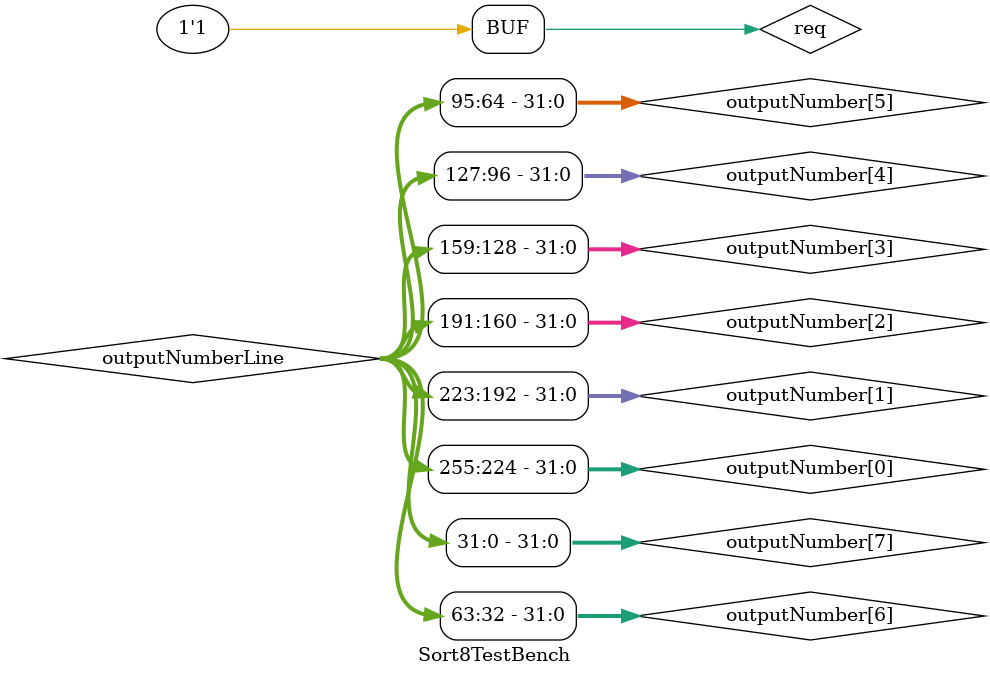
<source format=v>
`timescale 1ns / 1ps


module Sort8TestBench();
reg req=1'b0;
wire fin;
reg [31:0] inputNumber[0:7];
wire [255:0] inputNumberLine;
wire [255:0] outputNumberLine;
wire [31:0] outputNumber[0:7];

initial begin
#10;
inputNumber[0] = $random;
inputNumber[1] = $random;
inputNumber[2] = $random;
inputNumber[3] = $random;
inputNumber[4] = $random;
inputNumber[5] = $random;
inputNumber[6] = $random;
inputNumber[7] = $random;
end

genvar i;
generate 
for(i=0;i<8;i=i+1)
begin
   assign inputNumberLine[32*i+31:i*32]=inputNumber[7-i];
   assign outputNumber[7-i]=outputNumberLine[32*i+31:i*32];
end
endgenerate 

initial begin
#400 req=1'b1;
end

sort8 #(32) sort8 (req,fin,inputNumberLine,outputNumberLine);

endmodule

</source>
